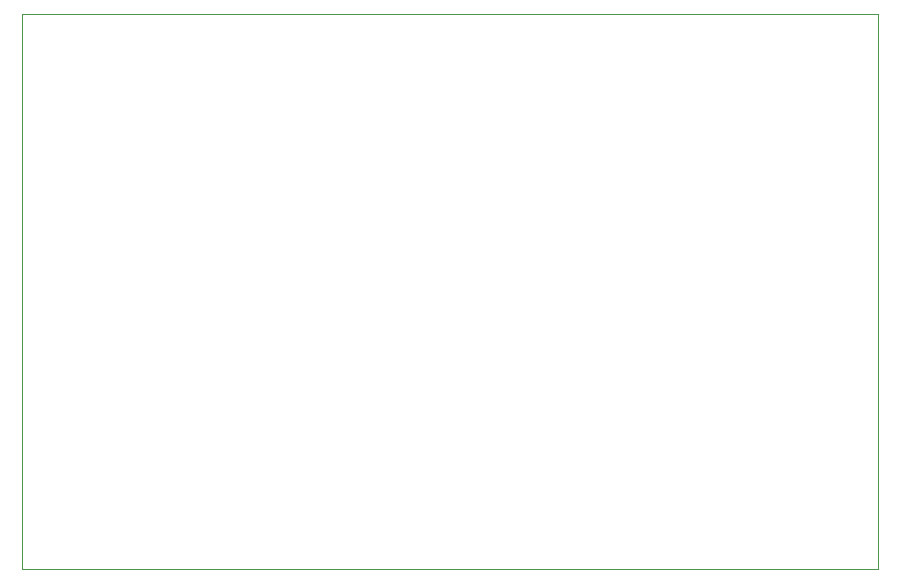
<source format=gbr>
%TF.GenerationSoftware,KiCad,Pcbnew,9.0.4-9.0.4-0~ubuntu22.04.1*%
%TF.CreationDate,2025-11-13T00:38:44+01:00*%
%TF.ProjectId,AutomatedBlinds,4175746f-6d61-4746-9564-426c696e6473,rev?*%
%TF.SameCoordinates,Original*%
%TF.FileFunction,Profile,NP*%
%FSLAX46Y46*%
G04 Gerber Fmt 4.6, Leading zero omitted, Abs format (unit mm)*
G04 Created by KiCad (PCBNEW 9.0.4-9.0.4-0~ubuntu22.04.1) date 2025-11-13 00:38:44*
%MOMM*%
%LPD*%
G01*
G04 APERTURE LIST*
%TA.AperFunction,Profile*%
%ADD10C,0.100000*%
%TD*%
G04 APERTURE END LIST*
D10*
X116000000Y-68000000D02*
X188500000Y-68000000D01*
X188500000Y-115000000D01*
X116000000Y-115000000D01*
X116000000Y-68000000D01*
M02*

</source>
